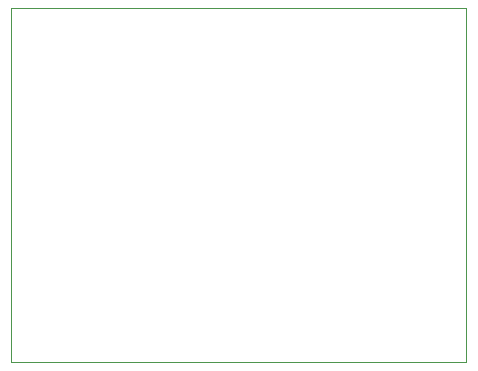
<source format=gko>
G75*
%MOIN*%
%OFA0B0*%
%FSLAX25Y25*%
%IPPOS*%
%LPD*%
%AMOC8*
5,1,8,0,0,1.08239X$1,22.5*
%
%ADD10C,0.00000*%
D10*
X0002503Y0001000D02*
X0002503Y0118961D01*
X0154204Y0118961D01*
X0154204Y0001000D01*
X0002503Y0001000D01*
M02*

</source>
